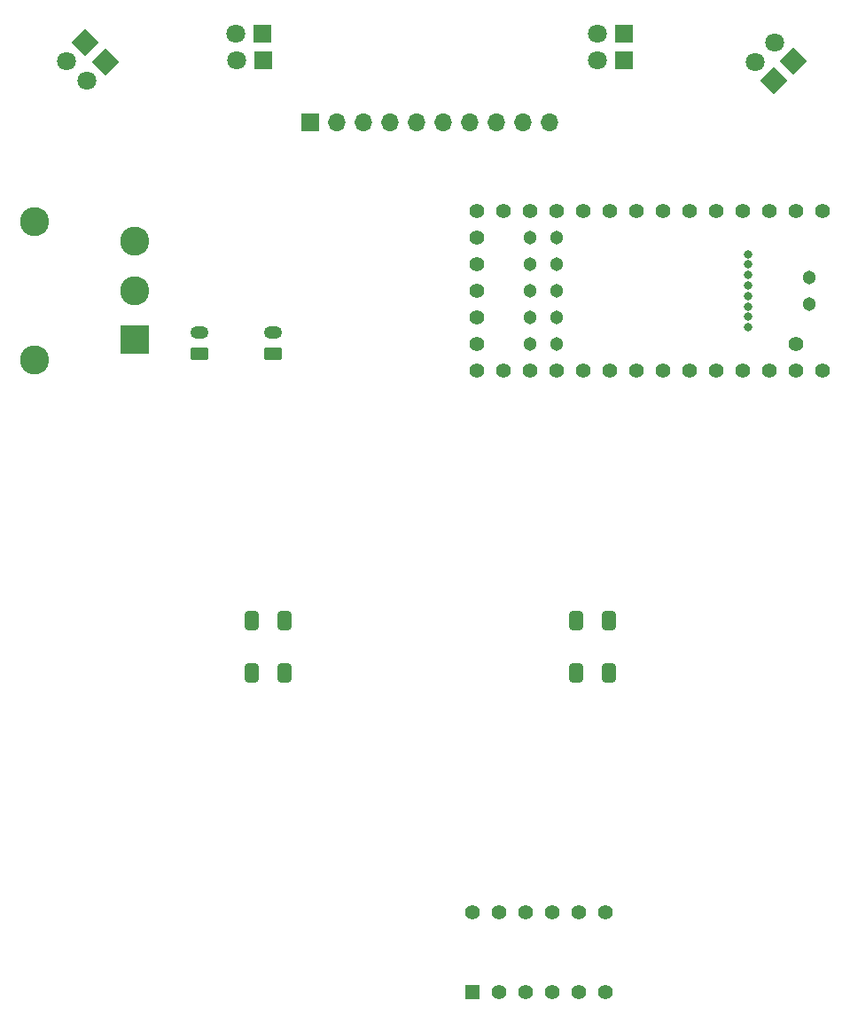
<source format=gbs>
G04 #@! TF.GenerationSoftware,KiCad,Pcbnew,9.0.0*
G04 #@! TF.CreationDate,2025-03-26T13:11:35-04:00*
G04 #@! TF.ProjectId,Gmouse,476d6f75-7365-42e6-9b69-6361645f7063,rev?*
G04 #@! TF.SameCoordinates,Original*
G04 #@! TF.FileFunction,Soldermask,Bot*
G04 #@! TF.FilePolarity,Negative*
%FSLAX46Y46*%
G04 Gerber Fmt 4.6, Leading zero omitted, Abs format (unit mm)*
G04 Created by KiCad (PCBNEW 9.0.0) date 2025-03-26 13:11:35*
%MOMM*%
%LPD*%
G01*
G04 APERTURE LIST*
G04 Aperture macros list*
%AMRoundRect*
0 Rectangle with rounded corners*
0 $1 Rounding radius*
0 $2 $3 $4 $5 $6 $7 $8 $9 X,Y pos of 4 corners*
0 Add a 4 corners polygon primitive as box body*
4,1,4,$2,$3,$4,$5,$6,$7,$8,$9,$2,$3,0*
0 Add four circle primitives for the rounded corners*
1,1,$1+$1,$2,$3*
1,1,$1+$1,$4,$5*
1,1,$1+$1,$6,$7*
1,1,$1+$1,$8,$9*
0 Add four rect primitives between the rounded corners*
20,1,$1+$1,$2,$3,$4,$5,0*
20,1,$1+$1,$4,$5,$6,$7,0*
20,1,$1+$1,$6,$7,$8,$9,0*
20,1,$1+$1,$8,$9,$2,$3,0*%
%AMRotRect*
0 Rectangle, with rotation*
0 The origin of the aperture is its center*
0 $1 length*
0 $2 width*
0 $3 Rotation angle, in degrees counterclockwise*
0 Add horizontal line*
21,1,$1,$2,0,0,$3*%
G04 Aperture macros list end*
%ADD10RoundRect,0.250000X0.625000X-0.350000X0.625000X0.350000X-0.625000X0.350000X-0.625000X-0.350000X0*%
%ADD11O,1.750000X1.200000*%
%ADD12R,1.800000X1.800000*%
%ADD13C,1.800000*%
%ADD14RotRect,1.800000X1.800000X225.000000*%
%ADD15R,1.397000X1.397000*%
%ADD16C,1.397000*%
%ADD17C,1.404000*%
%ADD18C,1.304000*%
%ADD19C,0.804000*%
%ADD20R,1.700000X1.700000*%
%ADD21O,1.700000X1.700000*%
%ADD22R,2.775000X2.775000*%
%ADD23C,2.775000*%
%ADD24RotRect,1.800000X1.800000X135.000000*%
%ADD25RoundRect,0.250000X-0.412500X-0.650000X0.412500X-0.650000X0.412500X0.650000X-0.412500X0.650000X0*%
G04 APERTURE END LIST*
D10*
X79000000Y-76000000D03*
D11*
X79000000Y-74000000D03*
D12*
X78000000Y-45485000D03*
D13*
X75460000Y-45485000D03*
D12*
X112540000Y-45485000D03*
D13*
X110000000Y-45485000D03*
D14*
X61072900Y-46269800D03*
D13*
X59276849Y-48065851D03*
D12*
X112540000Y-48000000D03*
D13*
X110000000Y-48000000D03*
D15*
X98000000Y-137000000D03*
D16*
X100540000Y-137000000D03*
X103080000Y-137000000D03*
X105620000Y-137000000D03*
X108160000Y-137000000D03*
X110700000Y-137000000D03*
X110700000Y-129380000D03*
X108160000Y-129380000D03*
X105620000Y-129380000D03*
X103080000Y-129380000D03*
X100540000Y-129380000D03*
X98000000Y-129380000D03*
D12*
X78040000Y-48000000D03*
D13*
X75500000Y-48000000D03*
D17*
X131510000Y-62380000D03*
X128970000Y-62380000D03*
X126430000Y-62380000D03*
X123890000Y-62380000D03*
X121350000Y-62380000D03*
X118810000Y-62380000D03*
X116270000Y-62380000D03*
X113730000Y-62380000D03*
X111190000Y-62380000D03*
X108650000Y-62380000D03*
X106110000Y-62380000D03*
X103570000Y-62380000D03*
X101030000Y-62380000D03*
X98490000Y-62380000D03*
X98490000Y-64920000D03*
X98490000Y-67460000D03*
X98490000Y-70000000D03*
X98490000Y-72540000D03*
X98490000Y-75080000D03*
X98490000Y-77620000D03*
X101030000Y-77620000D03*
X103570000Y-77620000D03*
X106110000Y-77620000D03*
X108650000Y-77620000D03*
X111190000Y-77620000D03*
X113730000Y-77620000D03*
X116270000Y-77620000D03*
X118810000Y-77620000D03*
X121350000Y-77620000D03*
X123890000Y-77620000D03*
X126430000Y-77620000D03*
X128970000Y-77620000D03*
X131510000Y-77620000D03*
X128970000Y-75080000D03*
D18*
X103570000Y-75080000D03*
X106110000Y-75080000D03*
X103570000Y-72540000D03*
X106110000Y-72540000D03*
X103570000Y-70000000D03*
X106110000Y-70000000D03*
X103570000Y-67460000D03*
X106110000Y-67460000D03*
X103570000Y-64920000D03*
X106110000Y-64920000D03*
D19*
X124371600Y-73500000D03*
X124371600Y-72500000D03*
X124371600Y-71500000D03*
X124371600Y-70500000D03*
X124371600Y-69500000D03*
X124371600Y-68500000D03*
X124371600Y-67500000D03*
X124371600Y-66500000D03*
D18*
X130240000Y-71270000D03*
X130240000Y-68730000D03*
D20*
X82575000Y-53900000D03*
D21*
X85115000Y-53900000D03*
X87655000Y-53900000D03*
X90195000Y-53900000D03*
X92735000Y-53900000D03*
X95275000Y-53900000D03*
X97815000Y-53900000D03*
X100355000Y-53900000D03*
X102895000Y-53900000D03*
X105435000Y-53900000D03*
D14*
X62971000Y-48167800D03*
D13*
X61174949Y-49963851D03*
D22*
X65765000Y-74700000D03*
D23*
X65765000Y-70000000D03*
X65765000Y-65300000D03*
X56235000Y-76605000D03*
X56235000Y-63395000D03*
D24*
X126832200Y-49971000D03*
D13*
X125036149Y-48174949D03*
D24*
X128730200Y-48072900D03*
D13*
X126934149Y-46276849D03*
D10*
X72000000Y-76000000D03*
D11*
X72000000Y-74000000D03*
D25*
X107937500Y-106500000D03*
X111062500Y-106500000D03*
X76937500Y-101500000D03*
X80062500Y-101500000D03*
X76937500Y-106500000D03*
X80062500Y-106500000D03*
X107937500Y-101500000D03*
X111062500Y-101500000D03*
M02*

</source>
